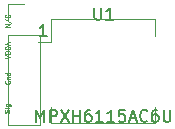
<source format=gbr>
%TF.GenerationSoftware,KiCad,Pcbnew,(5.1.6)-1*%
%TF.CreationDate,2022-11-21T20:17:56-08:00*%
%TF.ProjectId,MPXH61115AC6U Adapter Vertical,4d505848-3631-4313-9135-414336552041,rev?*%
%TF.SameCoordinates,Original*%
%TF.FileFunction,Legend,Top*%
%TF.FilePolarity,Positive*%
%FSLAX46Y46*%
G04 Gerber Fmt 4.6, Leading zero omitted, Abs format (unit mm)*
G04 Created by KiCad (PCBNEW (5.1.6)-1) date 2022-11-21 20:17:56*
%MOMM*%
%LPD*%
G01*
G04 APERTURE LIST*
%ADD10C,0.076200*%
%ADD11C,0.150000*%
%ADD12C,0.120000*%
G04 APERTURE END LIST*
D10*
X129948214Y-95317128D02*
X129966357Y-95262700D01*
X129966357Y-95171985D01*
X129948214Y-95135700D01*
X129930071Y-95117557D01*
X129893785Y-95099414D01*
X129857500Y-95099414D01*
X129821214Y-95117557D01*
X129803071Y-95135700D01*
X129784928Y-95171985D01*
X129766785Y-95244557D01*
X129748642Y-95280842D01*
X129730500Y-95298985D01*
X129694214Y-95317128D01*
X129657928Y-95317128D01*
X129621642Y-95298985D01*
X129603500Y-95280842D01*
X129585357Y-95244557D01*
X129585357Y-95153842D01*
X129603500Y-95099414D01*
X129966357Y-94936128D02*
X129712357Y-94936128D01*
X129585357Y-94936128D02*
X129603500Y-94954271D01*
X129621642Y-94936128D01*
X129603500Y-94917985D01*
X129585357Y-94936128D01*
X129621642Y-94936128D01*
X129712357Y-94591414D02*
X130020785Y-94591414D01*
X130057071Y-94609557D01*
X130075214Y-94627700D01*
X130093357Y-94663985D01*
X130093357Y-94718414D01*
X130075214Y-94754700D01*
X129948214Y-94591414D02*
X129966357Y-94627700D01*
X129966357Y-94700271D01*
X129948214Y-94736557D01*
X129930071Y-94754700D01*
X129893785Y-94772842D01*
X129784928Y-94772842D01*
X129748642Y-94754700D01*
X129730500Y-94736557D01*
X129712357Y-94700271D01*
X129712357Y-94627700D01*
X129730500Y-94591414D01*
X129654300Y-92650128D02*
X129636157Y-92686414D01*
X129636157Y-92740842D01*
X129654300Y-92795271D01*
X129690585Y-92831557D01*
X129726871Y-92849700D01*
X129799442Y-92867842D01*
X129853871Y-92867842D01*
X129926442Y-92849700D01*
X129962728Y-92831557D01*
X129999014Y-92795271D01*
X130017157Y-92740842D01*
X130017157Y-92704557D01*
X129999014Y-92650128D01*
X129980871Y-92631985D01*
X129853871Y-92631985D01*
X129853871Y-92704557D01*
X129763157Y-92468700D02*
X130017157Y-92468700D01*
X129799442Y-92468700D02*
X129781300Y-92450557D01*
X129763157Y-92414271D01*
X129763157Y-92359842D01*
X129781300Y-92323557D01*
X129817585Y-92305414D01*
X130017157Y-92305414D01*
X130017157Y-91960700D02*
X129636157Y-91960700D01*
X129999014Y-91960700D02*
X130017157Y-91996985D01*
X130017157Y-92069557D01*
X129999014Y-92105842D01*
X129980871Y-92123985D01*
X129944585Y-92142128D01*
X129835728Y-92142128D01*
X129799442Y-92123985D01*
X129781300Y-92105842D01*
X129763157Y-92069557D01*
X129763157Y-91996985D01*
X129781300Y-91960700D01*
X129636157Y-90688885D02*
X130017157Y-90561885D01*
X129636157Y-90434885D01*
X130017157Y-90307885D02*
X129636157Y-90307885D01*
X129636157Y-90217171D01*
X129654300Y-90162742D01*
X129690585Y-90126457D01*
X129726871Y-90108314D01*
X129799442Y-90090171D01*
X129853871Y-90090171D01*
X129926442Y-90108314D01*
X129962728Y-90126457D01*
X129999014Y-90162742D01*
X130017157Y-90217171D01*
X130017157Y-90307885D01*
X130017157Y-89926885D02*
X129636157Y-89926885D01*
X129636157Y-89836171D01*
X129654300Y-89781742D01*
X129690585Y-89745457D01*
X129726871Y-89727314D01*
X129799442Y-89709171D01*
X129853871Y-89709171D01*
X129926442Y-89727314D01*
X129962728Y-89745457D01*
X129999014Y-89781742D01*
X130017157Y-89836171D01*
X130017157Y-89926885D01*
X129908300Y-89564028D02*
X129908300Y-89382600D01*
X130017157Y-89600314D02*
X129636157Y-89473314D01*
X130017157Y-89346314D01*
X130017157Y-88027328D02*
X129636157Y-88027328D01*
X130017157Y-87809614D01*
X129636157Y-87809614D01*
X129618014Y-87356042D02*
X130107871Y-87682614D01*
X129980871Y-87011328D02*
X129999014Y-87029471D01*
X130017157Y-87083900D01*
X130017157Y-87120185D01*
X129999014Y-87174614D01*
X129962728Y-87210900D01*
X129926442Y-87229042D01*
X129853871Y-87247185D01*
X129799442Y-87247185D01*
X129726871Y-87229042D01*
X129690585Y-87210900D01*
X129654300Y-87174614D01*
X129636157Y-87120185D01*
X129636157Y-87083900D01*
X129654300Y-87029471D01*
X129672442Y-87011328D01*
D11*
X133153114Y-88844380D02*
X132581685Y-88844380D01*
X132867400Y-88844380D02*
X132867400Y-87844380D01*
X132772161Y-87987238D01*
X132676923Y-88082476D01*
X132581685Y-88130095D01*
D12*
%TO.C,J1*%
X129886400Y-96376800D02*
X132546400Y-96376800D01*
X129886400Y-88696800D02*
X129886400Y-96376800D01*
X132546400Y-88696800D02*
X132546400Y-96376800D01*
X129886400Y-88696800D02*
X132546400Y-88696800D01*
X129886400Y-87426800D02*
X129886400Y-86096800D01*
X129886400Y-86096800D02*
X131216400Y-86096800D01*
%TO.C,U1*%
X142347400Y-88821000D02*
X142347400Y-87421000D01*
X142347400Y-87421000D02*
X133547400Y-87421000D01*
X133547400Y-87421000D02*
X133547400Y-89321000D01*
X133547400Y-89321000D02*
X132447400Y-89321000D01*
X132447400Y-89321000D02*
X132447400Y-89321000D01*
X142347400Y-94821000D02*
X142347400Y-96221000D01*
X142347400Y-96221000D02*
X133547400Y-96221000D01*
X133547400Y-96221000D02*
X133547400Y-94821000D01*
D11*
X137185495Y-86447380D02*
X137185495Y-87256904D01*
X137233114Y-87352142D01*
X137280733Y-87399761D01*
X137375971Y-87447380D01*
X137566447Y-87447380D01*
X137661685Y-87399761D01*
X137709304Y-87352142D01*
X137756923Y-87256904D01*
X137756923Y-86447380D01*
X138756923Y-87447380D02*
X138185495Y-87447380D01*
X138471209Y-87447380D02*
X138471209Y-86447380D01*
X138375971Y-86590238D01*
X138280733Y-86685476D01*
X138185495Y-86733095D01*
X132280733Y-96083380D02*
X132280733Y-95083380D01*
X132614066Y-95797666D01*
X132947400Y-95083380D01*
X132947400Y-96083380D01*
X133423590Y-96083380D02*
X133423590Y-95083380D01*
X133804542Y-95083380D01*
X133899780Y-95131000D01*
X133947400Y-95178619D01*
X133995019Y-95273857D01*
X133995019Y-95416714D01*
X133947400Y-95511952D01*
X133899780Y-95559571D01*
X133804542Y-95607190D01*
X133423590Y-95607190D01*
X134328352Y-95083380D02*
X134995019Y-96083380D01*
X134995019Y-95083380D02*
X134328352Y-96083380D01*
X135375971Y-96083380D02*
X135375971Y-95083380D01*
X135375971Y-95559571D02*
X135947400Y-95559571D01*
X135947400Y-96083380D02*
X135947400Y-95083380D01*
X136852161Y-95083380D02*
X136661685Y-95083380D01*
X136566447Y-95131000D01*
X136518828Y-95178619D01*
X136423590Y-95321476D01*
X136375971Y-95511952D01*
X136375971Y-95892904D01*
X136423590Y-95988142D01*
X136471209Y-96035761D01*
X136566447Y-96083380D01*
X136756923Y-96083380D01*
X136852161Y-96035761D01*
X136899780Y-95988142D01*
X136947400Y-95892904D01*
X136947400Y-95654809D01*
X136899780Y-95559571D01*
X136852161Y-95511952D01*
X136756923Y-95464333D01*
X136566447Y-95464333D01*
X136471209Y-95511952D01*
X136423590Y-95559571D01*
X136375971Y-95654809D01*
X137899780Y-96083380D02*
X137328352Y-96083380D01*
X137614066Y-96083380D02*
X137614066Y-95083380D01*
X137518828Y-95226238D01*
X137423590Y-95321476D01*
X137328352Y-95369095D01*
X138852161Y-96083380D02*
X138280733Y-96083380D01*
X138566447Y-96083380D02*
X138566447Y-95083380D01*
X138471209Y-95226238D01*
X138375971Y-95321476D01*
X138280733Y-95369095D01*
X139756923Y-95083380D02*
X139280733Y-95083380D01*
X139233114Y-95559571D01*
X139280733Y-95511952D01*
X139375971Y-95464333D01*
X139614066Y-95464333D01*
X139709304Y-95511952D01*
X139756923Y-95559571D01*
X139804542Y-95654809D01*
X139804542Y-95892904D01*
X139756923Y-95988142D01*
X139709304Y-96035761D01*
X139614066Y-96083380D01*
X139375971Y-96083380D01*
X139280733Y-96035761D01*
X139233114Y-95988142D01*
X140185495Y-95797666D02*
X140661685Y-95797666D01*
X140090257Y-96083380D02*
X140423590Y-95083380D01*
X140756923Y-96083380D01*
X141661685Y-95988142D02*
X141614066Y-96035761D01*
X141471209Y-96083380D01*
X141375971Y-96083380D01*
X141233114Y-96035761D01*
X141137876Y-95940523D01*
X141090257Y-95845285D01*
X141042638Y-95654809D01*
X141042638Y-95511952D01*
X141090257Y-95321476D01*
X141137876Y-95226238D01*
X141233114Y-95131000D01*
X141375971Y-95083380D01*
X141471209Y-95083380D01*
X141614066Y-95131000D01*
X141661685Y-95178619D01*
X142518828Y-95083380D02*
X142328352Y-95083380D01*
X142233114Y-95131000D01*
X142185495Y-95178619D01*
X142090257Y-95321476D01*
X142042638Y-95511952D01*
X142042638Y-95892904D01*
X142090257Y-95988142D01*
X142137876Y-96035761D01*
X142233114Y-96083380D01*
X142423590Y-96083380D01*
X142518828Y-96035761D01*
X142566447Y-95988142D01*
X142614066Y-95892904D01*
X142614066Y-95654809D01*
X142566447Y-95559571D01*
X142518828Y-95511952D01*
X142423590Y-95464333D01*
X142233114Y-95464333D01*
X142137876Y-95511952D01*
X142090257Y-95559571D01*
X142042638Y-95654809D01*
X143042638Y-95083380D02*
X143042638Y-95892904D01*
X143090257Y-95988142D01*
X143137876Y-96035761D01*
X143233114Y-96083380D01*
X143423590Y-96083380D01*
X143518828Y-96035761D01*
X143566447Y-95988142D01*
X143614066Y-95892904D01*
X143614066Y-95083380D01*
%TD*%
M02*

</source>
